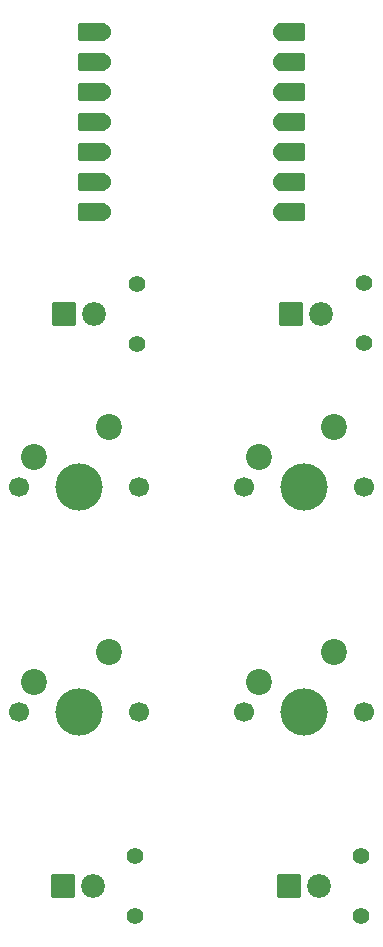
<source format=gbr>
%TF.GenerationSoftware,KiCad,Pcbnew,9.0.2*%
%TF.CreationDate,2025-08-01T17:29:50-07:00*%
%TF.ProjectId,jp21_pathfinder,6a703231-5f70-4617-9468-66696e646572,rev?*%
%TF.SameCoordinates,Original*%
%TF.FileFunction,Soldermask,Top*%
%TF.FilePolarity,Negative*%
%FSLAX46Y46*%
G04 Gerber Fmt 4.6, Leading zero omitted, Abs format (unit mm)*
G04 Created by KiCad (PCBNEW 9.0.2) date 2025-08-01 17:29:50*
%MOMM*%
%LPD*%
G01*
G04 APERTURE LIST*
G04 Aperture macros list*
%AMRoundRect*
0 Rectangle with rounded corners*
0 $1 Rounding radius*
0 $2 $3 $4 $5 $6 $7 $8 $9 X,Y pos of 4 corners*
0 Add a 4 corners polygon primitive as box body*
4,1,4,$2,$3,$4,$5,$6,$7,$8,$9,$2,$3,0*
0 Add four circle primitives for the rounded corners*
1,1,$1+$1,$2,$3*
1,1,$1+$1,$4,$5*
1,1,$1+$1,$6,$7*
1,1,$1+$1,$8,$9*
0 Add four rect primitives between the rounded corners*
20,1,$1+$1,$2,$3,$4,$5,0*
20,1,$1+$1,$4,$5,$6,$7,0*
20,1,$1+$1,$6,$7,$8,$9,0*
20,1,$1+$1,$8,$9,$2,$3,0*%
G04 Aperture macros list end*
%ADD10C,1.700000*%
%ADD11C,4.000000*%
%ADD12C,2.200000*%
%ADD13RoundRect,0.152400X-1.063600X-0.609600X1.063600X-0.609600X1.063600X0.609600X-1.063600X0.609600X0*%
%ADD14C,1.524000*%
%ADD15RoundRect,0.152400X1.063600X0.609600X-1.063600X0.609600X-1.063600X-0.609600X1.063600X-0.609600X0*%
%ADD16C,2.019000*%
%ADD17RoundRect,0.102000X-0.907500X-0.907500X0.907500X-0.907500X0.907500X0.907500X-0.907500X0.907500X0*%
%ADD18C,1.400000*%
G04 APERTURE END LIST*
D10*
%TO.C,SW3*%
X128380000Y-119910000D03*
D11*
X133460000Y-119910000D03*
D10*
X138540000Y-119910000D03*
D12*
X136000000Y-114830000D03*
X129650000Y-117370000D03*
%TD*%
D10*
%TO.C,SW4*%
X147430000Y-119910000D03*
D11*
X152510000Y-119910000D03*
D10*
X157590000Y-119910000D03*
D12*
X155050000Y-114830000D03*
X148700000Y-117370000D03*
%TD*%
D10*
%TO.C,SW2*%
X147430000Y-100860000D03*
D11*
X152510000Y-100860000D03*
D10*
X157590000Y-100860000D03*
D12*
X155050000Y-95780000D03*
X148700000Y-98320000D03*
%TD*%
D10*
%TO.C,SW1*%
X128380000Y-100860000D03*
D11*
X133460000Y-100860000D03*
D10*
X138540000Y-100860000D03*
D12*
X136000000Y-95780000D03*
X129650000Y-98320000D03*
%TD*%
D13*
%TO.C,U1*%
X151436250Y-62312500D03*
D14*
X150601250Y-62312500D03*
D13*
X151436250Y-64852500D03*
D14*
X150601250Y-64852500D03*
D13*
X151436250Y-67392500D03*
D14*
X150601250Y-67392500D03*
D13*
X151436250Y-69932500D03*
D14*
X150601250Y-69932500D03*
D13*
X151436250Y-72472500D03*
D14*
X150601250Y-72472500D03*
D13*
X151436250Y-75012500D03*
D14*
X150601250Y-75012500D03*
D13*
X151436250Y-77552500D03*
D14*
X150601250Y-77552500D03*
X135361250Y-77552500D03*
D15*
X134526250Y-77552500D03*
D14*
X135361250Y-75012500D03*
D15*
X134526250Y-75012500D03*
D14*
X135361250Y-72472500D03*
D15*
X134526250Y-72472500D03*
D14*
X135361250Y-69932500D03*
D15*
X134526250Y-69932500D03*
D14*
X135361250Y-67392500D03*
D15*
X134526250Y-67392500D03*
D14*
X135361250Y-64852500D03*
D15*
X134526250Y-64852500D03*
D14*
X135361250Y-62312500D03*
D15*
X134526250Y-62312500D03*
%TD*%
D16*
%TO.C,D1*%
X134731250Y-86222500D03*
D17*
X132191250Y-86222500D03*
%TD*%
D16*
%TO.C,D2*%
X153931250Y-86222500D03*
D17*
X151391250Y-86222500D03*
%TD*%
D18*
%TO.C,R4*%
X157361250Y-132122500D03*
X157361250Y-137202500D03*
%TD*%
%TO.C,R3*%
X138161250Y-132082500D03*
X138161250Y-137162500D03*
%TD*%
%TO.C,R2*%
X157561250Y-83582500D03*
X157561250Y-88662500D03*
%TD*%
%TO.C,R1*%
X138361250Y-83682500D03*
X138361250Y-88762500D03*
%TD*%
D17*
%TO.C,D4*%
X151261250Y-134622500D03*
D16*
X153801250Y-134622500D03*
%TD*%
D17*
%TO.C,D3*%
X132091250Y-134622500D03*
D16*
X134631250Y-134622500D03*
%TD*%
M02*

</source>
